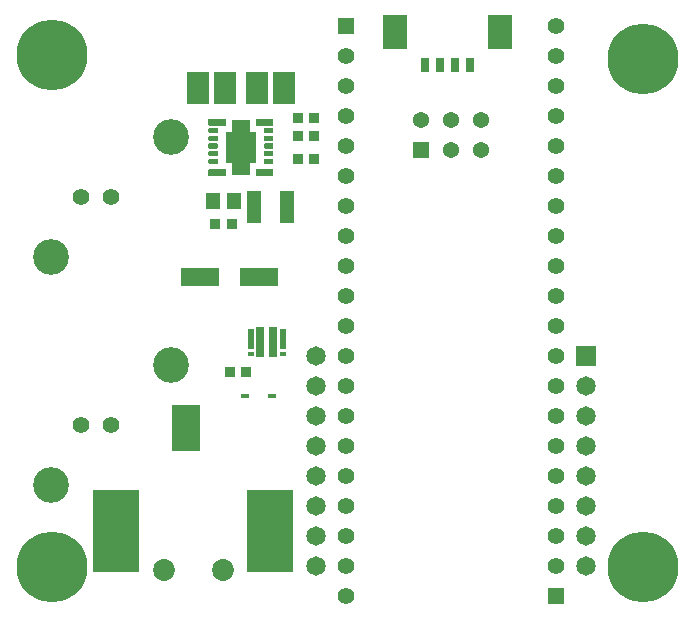
<source format=gbr>
%TF.GenerationSoftware,Altium Limited,Altium Designer,23.5.1 (21)*%
G04 Layer_Color=16711935*
%FSLAX45Y45*%
%MOMM*%
%TF.SameCoordinates,251D8D79-0CC1-4DB5-8A6B-B6CDDAA58204*%
%TF.FilePolarity,Negative*%
%TF.FileFunction,Soldermask,Bot*%
%TF.Part,Single*%
G01*
G75*
%TA.AperFunction,SMDPad,CuDef*%
%ADD10R,0.95814X0.91213*%
%ADD13R,0.95872X0.91213*%
%TA.AperFunction,ComponentPad*%
%ADD25C,1.85420*%
%ADD26C,1.65100*%
%ADD27R,1.65100X1.65100*%
%ADD28R,1.39000X1.39000*%
%ADD29C,1.39000*%
%ADD30C,3.01500*%
%ADD31C,1.40800*%
%ADD32C,1.37000*%
%ADD33R,1.37000X1.37000*%
%TA.AperFunction,WasherPad*%
%ADD34C,6.00000*%
%TA.AperFunction,SMDPad,CuDef*%
%ADD37R,1.90292X2.70620*%
%ADD41R,1.15000X1.45000*%
%ADD42R,0.52000X0.45000*%
%ADD43R,0.52000X1.75000*%
%ADD44R,0.75000X2.52000*%
%ADD45R,0.80000X0.45000*%
%ADD46R,2.48920X3.98780*%
%ADD47R,3.98780X7.00000*%
%ADD48R,1.30000X2.70000*%
%ADD49R,3.20000X1.60000*%
%ADD50R,0.80000X1.30000*%
%ADD51R,2.10000X3.00000*%
G36*
X2265524Y4195486D02*
X2266045Y4195445D01*
X2266564Y4195377D01*
X2267079Y4195281D01*
X2267588Y4195159D01*
X2268090Y4195011D01*
X2268584Y4194836D01*
X2269067Y4194636D01*
X2269540Y4194410D01*
X2270000Y4194160D01*
X2270447Y4193887D01*
X2270878Y4193590D01*
X2271293Y4193272D01*
X2271691Y4192931D01*
X2272071Y4192571D01*
X2272432Y4192191D01*
X2272771Y4191793D01*
X2273090Y4191378D01*
X2273387Y4190946D01*
X2273660Y4190500D01*
X2273910Y4190040D01*
X2274135Y4189567D01*
X2274336Y4189084D01*
X2274511Y4188590D01*
X2274659Y4188088D01*
X2274782Y4187579D01*
X2274877Y4187064D01*
X2274945Y4186545D01*
X2274986Y4186023D01*
X2275000Y4185500D01*
Y4145500D01*
X2274986Y4144977D01*
X2274945Y4144455D01*
X2274877Y4143936D01*
X2274782Y4143421D01*
X2274659Y4142912D01*
X2274511Y4142410D01*
X2274336Y4141916D01*
X2274135Y4141433D01*
X2273910Y4140960D01*
X2273660Y4140500D01*
X2273387Y4140054D01*
X2273090Y4139622D01*
X2272771Y4139207D01*
X2272432Y4138809D01*
X2272071Y4138429D01*
X2271691Y4138068D01*
X2271293Y4137729D01*
X2270878Y4137410D01*
X2270447Y4137113D01*
X2270000Y4136840D01*
X2269540Y4136590D01*
X2269067Y4136365D01*
X2268584Y4136164D01*
X2268090Y4135989D01*
X2267588Y4135841D01*
X2267079Y4135718D01*
X2266564Y4135623D01*
X2266045Y4135555D01*
X2265524Y4135514D01*
X2265000Y4135500D01*
X2135000D01*
X2134477Y4135514D01*
X2133955Y4135555D01*
X2133436Y4135623D01*
X2132921Y4135718D01*
X2132412Y4135841D01*
X2131910Y4135989D01*
X2131416Y4136164D01*
X2130933Y4136365D01*
X2130460Y4136590D01*
X2130000Y4136840D01*
X2129554Y4137113D01*
X2129122Y4137410D01*
X2128707Y4137729D01*
X2128309Y4138068D01*
X2127929Y4138429D01*
X2127569Y4138809D01*
X2127229Y4139207D01*
X2126910Y4139622D01*
X2126613Y4140054D01*
X2126340Y4140500D01*
X2126090Y4140960D01*
X2125865Y4141433D01*
X2125664Y4141916D01*
X2125490Y4142410D01*
X2125341Y4142912D01*
X2125219Y4143421D01*
X2125123Y4143936D01*
X2125055Y4144455D01*
X2125014Y4144977D01*
X2125000Y4145500D01*
Y4185500D01*
X2125014Y4186023D01*
X2125055Y4186545D01*
X2125123Y4187064D01*
X2125219Y4187579D01*
X2125341Y4188088D01*
X2125490Y4188590D01*
X2125664Y4189084D01*
X2125865Y4189567D01*
X2126090Y4190040D01*
X2126340Y4190500D01*
X2126613Y4190946D01*
X2126910Y4191378D01*
X2127229Y4191793D01*
X2127569Y4192191D01*
X2127929Y4192571D01*
X2128309Y4192931D01*
X2128707Y4193272D01*
X2129122Y4193590D01*
X2129554Y4193887D01*
X2130000Y4194160D01*
X2130460Y4194410D01*
X2130933Y4194636D01*
X2131416Y4194836D01*
X2131910Y4195011D01*
X2132412Y4195159D01*
X2132921Y4195281D01*
X2133436Y4195377D01*
X2133955Y4195445D01*
X2134477Y4195486D01*
X2135000Y4195500D01*
X2265000D01*
X2265524Y4195486D01*
D02*
G37*
G36*
X1865523D02*
X1866045Y4195445D01*
X1866564Y4195377D01*
X1867079Y4195281D01*
X1867588Y4195159D01*
X1868090Y4195011D01*
X1868584Y4194836D01*
X1869067Y4194636D01*
X1869540Y4194410D01*
X1870000Y4194160D01*
X1870446Y4193887D01*
X1870878Y4193590D01*
X1871293Y4193272D01*
X1871691Y4192931D01*
X1872071Y4192571D01*
X1872432Y4192191D01*
X1872771Y4191793D01*
X1873090Y4191378D01*
X1873387Y4190946D01*
X1873660Y4190500D01*
X1873910Y4190040D01*
X1874135Y4189567D01*
X1874336Y4189084D01*
X1874511Y4188590D01*
X1874659Y4188088D01*
X1874782Y4187579D01*
X1874877Y4187064D01*
X1874945Y4186545D01*
X1874986Y4186023D01*
X1875000Y4185500D01*
Y4145500D01*
X1874986Y4144977D01*
X1874945Y4144455D01*
X1874877Y4143936D01*
X1874782Y4143421D01*
X1874659Y4142912D01*
X1874511Y4142410D01*
X1874336Y4141916D01*
X1874135Y4141433D01*
X1873910Y4140960D01*
X1873660Y4140500D01*
X1873387Y4140054D01*
X1873090Y4139622D01*
X1872771Y4139207D01*
X1872432Y4138809D01*
X1872071Y4138429D01*
X1871691Y4138068D01*
X1871293Y4137729D01*
X1870878Y4137410D01*
X1870446Y4137113D01*
X1870000Y4136840D01*
X1869540Y4136590D01*
X1869067Y4136365D01*
X1868584Y4136164D01*
X1868090Y4135989D01*
X1867588Y4135841D01*
X1867079Y4135718D01*
X1866564Y4135623D01*
X1866045Y4135555D01*
X1865523Y4135514D01*
X1865000Y4135500D01*
X1735000D01*
X1734477Y4135514D01*
X1733955Y4135555D01*
X1733436Y4135623D01*
X1732921Y4135718D01*
X1732412Y4135841D01*
X1731910Y4135989D01*
X1731416Y4136164D01*
X1730933Y4136365D01*
X1730460Y4136590D01*
X1730000Y4136840D01*
X1729554Y4137113D01*
X1729122Y4137410D01*
X1728707Y4137729D01*
X1728309Y4138068D01*
X1727929Y4138429D01*
X1727569Y4138809D01*
X1727229Y4139207D01*
X1726910Y4139622D01*
X1726613Y4140054D01*
X1726340Y4140500D01*
X1726090Y4140960D01*
X1725865Y4141433D01*
X1725664Y4141916D01*
X1725490Y4142410D01*
X1725341Y4142912D01*
X1725219Y4143421D01*
X1725123Y4143936D01*
X1725055Y4144455D01*
X1725014Y4144977D01*
X1725000Y4145500D01*
Y4185500D01*
X1725014Y4186023D01*
X1725055Y4186545D01*
X1725123Y4187064D01*
X1725219Y4187579D01*
X1725341Y4188088D01*
X1725490Y4188590D01*
X1725664Y4189084D01*
X1725865Y4189567D01*
X1726090Y4190040D01*
X1726340Y4190500D01*
X1726613Y4190946D01*
X1726910Y4191378D01*
X1727229Y4191793D01*
X1727569Y4192191D01*
X1727929Y4192571D01*
X1728309Y4192931D01*
X1728707Y4193272D01*
X1729122Y4193590D01*
X1729554Y4193887D01*
X1730000Y4194160D01*
X1730460Y4194410D01*
X1730933Y4194636D01*
X1731416Y4194836D01*
X1731910Y4195011D01*
X1732412Y4195159D01*
X1732921Y4195281D01*
X1733436Y4195377D01*
X1733955Y4195445D01*
X1734477Y4195486D01*
X1735000Y4195500D01*
X1865000D01*
X1865523Y4195486D01*
D02*
G37*
G36*
X2265524Y4115486D02*
X2266045Y4115445D01*
X2266564Y4115377D01*
X2267079Y4115281D01*
X2267588Y4115159D01*
X2268090Y4115011D01*
X2268584Y4114836D01*
X2269067Y4114635D01*
X2269540Y4114410D01*
X2270000Y4114160D01*
X2270447Y4113887D01*
X2270878Y4113590D01*
X2271293Y4113271D01*
X2271691Y4112931D01*
X2272071Y4112571D01*
X2272432Y4112191D01*
X2272771Y4111793D01*
X2273090Y4111378D01*
X2273387Y4110946D01*
X2273660Y4110500D01*
X2273910Y4110040D01*
X2274135Y4109567D01*
X2274336Y4109084D01*
X2274511Y4108590D01*
X2274659Y4108088D01*
X2274782Y4107579D01*
X2274877Y4107064D01*
X2274945Y4106545D01*
X2274986Y4106023D01*
X2275000Y4105500D01*
Y4080500D01*
X2274986Y4079977D01*
X2274945Y4079455D01*
X2274877Y4078936D01*
X2274782Y4078421D01*
X2274659Y4077912D01*
X2274511Y4077410D01*
X2274336Y4076916D01*
X2274135Y4076433D01*
X2273910Y4075960D01*
X2273660Y4075500D01*
X2273387Y4075054D01*
X2273090Y4074622D01*
X2272771Y4074207D01*
X2272432Y4073809D01*
X2272071Y4073429D01*
X2271691Y4073069D01*
X2271293Y4072728D01*
X2270878Y4072410D01*
X2270447Y4072113D01*
X2270000Y4071840D01*
X2269540Y4071590D01*
X2269067Y4071364D01*
X2268584Y4071164D01*
X2268090Y4070989D01*
X2267588Y4070841D01*
X2267079Y4070719D01*
X2266564Y4070623D01*
X2266045Y4070555D01*
X2265524Y4070514D01*
X2265000Y4070500D01*
X2205000D01*
X2204477Y4070514D01*
X2203955Y4070555D01*
X2203436Y4070623D01*
X2202921Y4070719D01*
X2202412Y4070841D01*
X2201910Y4070989D01*
X2201416Y4071164D01*
X2200933Y4071364D01*
X2200460Y4071590D01*
X2200000Y4071840D01*
X2199554Y4072113D01*
X2199122Y4072410D01*
X2198707Y4072728D01*
X2198309Y4073069D01*
X2197929Y4073429D01*
X2197569Y4073809D01*
X2197229Y4074207D01*
X2196910Y4074622D01*
X2196613Y4075054D01*
X2196340Y4075500D01*
X2196090Y4075960D01*
X2195865Y4076433D01*
X2195664Y4076916D01*
X2195489Y4077410D01*
X2195341Y4077912D01*
X2195219Y4078421D01*
X2195123Y4078936D01*
X2195055Y4079455D01*
X2195014Y4079977D01*
X2195000Y4080500D01*
Y4105500D01*
X2195014Y4106023D01*
X2195055Y4106545D01*
X2195123Y4107064D01*
X2195219Y4107579D01*
X2195341Y4108088D01*
X2195489Y4108590D01*
X2195664Y4109084D01*
X2195865Y4109567D01*
X2196090Y4110040D01*
X2196340Y4110500D01*
X2196613Y4110946D01*
X2196910Y4111378D01*
X2197229Y4111793D01*
X2197569Y4112191D01*
X2197929Y4112571D01*
X2198309Y4112931D01*
X2198707Y4113271D01*
X2199122Y4113590D01*
X2199554Y4113887D01*
X2200000Y4114160D01*
X2200460Y4114410D01*
X2200933Y4114635D01*
X2201416Y4114836D01*
X2201910Y4115011D01*
X2202412Y4115159D01*
X2202921Y4115281D01*
X2203436Y4115377D01*
X2203955Y4115445D01*
X2204477Y4115486D01*
X2205000Y4115500D01*
X2265000D01*
X2265524Y4115486D01*
D02*
G37*
G36*
X1795523D02*
X1796045Y4115445D01*
X1796564Y4115377D01*
X1797079Y4115281D01*
X1797588Y4115159D01*
X1798090Y4115011D01*
X1798584Y4114836D01*
X1799068Y4114635D01*
X1799540Y4114410D01*
X1800000Y4114160D01*
X1800446Y4113887D01*
X1800878Y4113590D01*
X1801293Y4113271D01*
X1801691Y4112931D01*
X1802071Y4112571D01*
X1802431Y4112191D01*
X1802772Y4111793D01*
X1803090Y4111378D01*
X1803387Y4110946D01*
X1803660Y4110500D01*
X1803910Y4110040D01*
X1804136Y4109567D01*
X1804336Y4109084D01*
X1804511Y4108590D01*
X1804659Y4108088D01*
X1804782Y4107579D01*
X1804877Y4107064D01*
X1804945Y4106545D01*
X1804986Y4106023D01*
X1805000Y4105500D01*
Y4080500D01*
X1804986Y4079977D01*
X1804945Y4079455D01*
X1804877Y4078936D01*
X1804782Y4078421D01*
X1804659Y4077912D01*
X1804511Y4077410D01*
X1804336Y4076916D01*
X1804136Y4076433D01*
X1803910Y4075960D01*
X1803660Y4075500D01*
X1803387Y4075054D01*
X1803090Y4074622D01*
X1802772Y4074207D01*
X1802431Y4073809D01*
X1802071Y4073429D01*
X1801691Y4073069D01*
X1801293Y4072728D01*
X1800878Y4072410D01*
X1800446Y4072113D01*
X1800000Y4071840D01*
X1799540Y4071590D01*
X1799068Y4071364D01*
X1798584Y4071164D01*
X1798090Y4070989D01*
X1797588Y4070841D01*
X1797079Y4070719D01*
X1796564Y4070623D01*
X1796045Y4070555D01*
X1795523Y4070514D01*
X1795000Y4070500D01*
X1735000D01*
X1734477Y4070514D01*
X1733955Y4070555D01*
X1733436Y4070623D01*
X1732921Y4070719D01*
X1732412Y4070841D01*
X1731910Y4070989D01*
X1731416Y4071164D01*
X1730933Y4071364D01*
X1730460Y4071590D01*
X1730000Y4071840D01*
X1729554Y4072113D01*
X1729122Y4072410D01*
X1728707Y4072728D01*
X1728309Y4073069D01*
X1727929Y4073429D01*
X1727569Y4073809D01*
X1727229Y4074207D01*
X1726910Y4074622D01*
X1726613Y4075054D01*
X1726340Y4075500D01*
X1726090Y4075960D01*
X1725865Y4076433D01*
X1725664Y4076916D01*
X1725490Y4077410D01*
X1725341Y4077912D01*
X1725219Y4078421D01*
X1725123Y4078936D01*
X1725055Y4079455D01*
X1725014Y4079977D01*
X1725000Y4080500D01*
Y4105500D01*
X1725014Y4106023D01*
X1725055Y4106545D01*
X1725123Y4107064D01*
X1725219Y4107579D01*
X1725341Y4108088D01*
X1725490Y4108590D01*
X1725664Y4109084D01*
X1725865Y4109567D01*
X1726090Y4110040D01*
X1726340Y4110500D01*
X1726613Y4110946D01*
X1726910Y4111378D01*
X1727229Y4111793D01*
X1727569Y4112191D01*
X1727929Y4112571D01*
X1728309Y4112931D01*
X1728707Y4113271D01*
X1729122Y4113590D01*
X1729554Y4113887D01*
X1730000Y4114160D01*
X1730460Y4114410D01*
X1730933Y4114635D01*
X1731416Y4114836D01*
X1731910Y4115011D01*
X1732412Y4115159D01*
X1732921Y4115281D01*
X1733436Y4115377D01*
X1733955Y4115445D01*
X1734477Y4115486D01*
X1735000Y4115500D01*
X1795000D01*
X1795523Y4115486D01*
D02*
G37*
G36*
X2265524Y4050486D02*
X2266045Y4050445D01*
X2266564Y4050377D01*
X2267079Y4050281D01*
X2267588Y4050159D01*
X2268090Y4050010D01*
X2268584Y4049836D01*
X2269067Y4049636D01*
X2269540Y4049410D01*
X2270000Y4049160D01*
X2270447Y4048887D01*
X2270878Y4048590D01*
X2271293Y4048272D01*
X2271691Y4047931D01*
X2272071Y4047571D01*
X2272432Y4047191D01*
X2272771Y4046793D01*
X2273090Y4046378D01*
X2273387Y4045946D01*
X2273660Y4045500D01*
X2273910Y4045040D01*
X2274135Y4044567D01*
X2274336Y4044084D01*
X2274511Y4043590D01*
X2274659Y4043088D01*
X2274782Y4042579D01*
X2274877Y4042064D01*
X2274945Y4041545D01*
X2274986Y4041023D01*
X2275000Y4040500D01*
Y4015500D01*
X2274986Y4014977D01*
X2274945Y4014455D01*
X2274877Y4013936D01*
X2274782Y4013421D01*
X2274659Y4012912D01*
X2274511Y4012410D01*
X2274336Y4011916D01*
X2274135Y4011433D01*
X2273910Y4010960D01*
X2273660Y4010500D01*
X2273387Y4010054D01*
X2273090Y4009622D01*
X2272771Y4009207D01*
X2272432Y4008809D01*
X2272071Y4008429D01*
X2271691Y4008068D01*
X2271293Y4007729D01*
X2270878Y4007410D01*
X2270447Y4007113D01*
X2270000Y4006840D01*
X2269540Y4006590D01*
X2269067Y4006365D01*
X2268584Y4006164D01*
X2268090Y4005989D01*
X2267588Y4005841D01*
X2267079Y4005718D01*
X2266564Y4005623D01*
X2266045Y4005555D01*
X2265524Y4005514D01*
X2265000Y4005500D01*
X2205000D01*
X2204477Y4005514D01*
X2203955Y4005555D01*
X2203436Y4005623D01*
X2202921Y4005718D01*
X2202412Y4005841D01*
X2201910Y4005989D01*
X2201416Y4006164D01*
X2200933Y4006365D01*
X2200460Y4006590D01*
X2200000Y4006840D01*
X2199554Y4007113D01*
X2199122Y4007410D01*
X2198707Y4007729D01*
X2198309Y4008068D01*
X2197929Y4008429D01*
X2197569Y4008809D01*
X2197229Y4009207D01*
X2196910Y4009622D01*
X2196613Y4010054D01*
X2196340Y4010500D01*
X2196090Y4010960D01*
X2195865Y4011433D01*
X2195664Y4011916D01*
X2195489Y4012410D01*
X2195341Y4012912D01*
X2195219Y4013421D01*
X2195123Y4013936D01*
X2195055Y4014455D01*
X2195014Y4014977D01*
X2195000Y4015500D01*
Y4040500D01*
X2195014Y4041023D01*
X2195055Y4041545D01*
X2195123Y4042064D01*
X2195219Y4042579D01*
X2195341Y4043088D01*
X2195489Y4043590D01*
X2195664Y4044084D01*
X2195865Y4044567D01*
X2196090Y4045040D01*
X2196340Y4045500D01*
X2196613Y4045946D01*
X2196910Y4046378D01*
X2197229Y4046793D01*
X2197569Y4047191D01*
X2197929Y4047571D01*
X2198309Y4047931D01*
X2198707Y4048272D01*
X2199122Y4048590D01*
X2199554Y4048887D01*
X2200000Y4049160D01*
X2200460Y4049410D01*
X2200933Y4049636D01*
X2201416Y4049836D01*
X2201910Y4050010D01*
X2202412Y4050159D01*
X2202921Y4050281D01*
X2203436Y4050377D01*
X2203955Y4050445D01*
X2204477Y4050486D01*
X2205000Y4050500D01*
X2265000D01*
X2265524Y4050486D01*
D02*
G37*
G36*
X1795523D02*
X1796045Y4050445D01*
X1796564Y4050377D01*
X1797079Y4050281D01*
X1797588Y4050159D01*
X1798090Y4050010D01*
X1798584Y4049836D01*
X1799068Y4049636D01*
X1799540Y4049410D01*
X1800000Y4049160D01*
X1800446Y4048887D01*
X1800878Y4048590D01*
X1801293Y4048272D01*
X1801691Y4047931D01*
X1802071Y4047571D01*
X1802431Y4047191D01*
X1802772Y4046793D01*
X1803090Y4046378D01*
X1803387Y4045946D01*
X1803660Y4045500D01*
X1803910Y4045040D01*
X1804136Y4044567D01*
X1804336Y4044084D01*
X1804511Y4043590D01*
X1804659Y4043088D01*
X1804782Y4042579D01*
X1804877Y4042064D01*
X1804945Y4041545D01*
X1804986Y4041023D01*
X1805000Y4040500D01*
Y4015500D01*
X1804986Y4014977D01*
X1804945Y4014455D01*
X1804877Y4013936D01*
X1804782Y4013421D01*
X1804659Y4012912D01*
X1804511Y4012410D01*
X1804336Y4011916D01*
X1804136Y4011433D01*
X1803910Y4010960D01*
X1803660Y4010500D01*
X1803387Y4010054D01*
X1803090Y4009622D01*
X1802772Y4009207D01*
X1802431Y4008809D01*
X1802071Y4008429D01*
X1801691Y4008068D01*
X1801293Y4007729D01*
X1800878Y4007410D01*
X1800446Y4007113D01*
X1800000Y4006840D01*
X1799540Y4006590D01*
X1799068Y4006365D01*
X1798584Y4006164D01*
X1798090Y4005989D01*
X1797588Y4005841D01*
X1797079Y4005718D01*
X1796564Y4005623D01*
X1796045Y4005555D01*
X1795523Y4005514D01*
X1795000Y4005500D01*
X1735000D01*
X1734477Y4005514D01*
X1733955Y4005555D01*
X1733436Y4005623D01*
X1732921Y4005718D01*
X1732412Y4005841D01*
X1731910Y4005989D01*
X1731416Y4006164D01*
X1730933Y4006365D01*
X1730460Y4006590D01*
X1730000Y4006840D01*
X1729554Y4007113D01*
X1729122Y4007410D01*
X1728707Y4007729D01*
X1728309Y4008068D01*
X1727929Y4008429D01*
X1727569Y4008809D01*
X1727229Y4009207D01*
X1726910Y4009622D01*
X1726613Y4010054D01*
X1726340Y4010500D01*
X1726090Y4010960D01*
X1725865Y4011433D01*
X1725664Y4011916D01*
X1725490Y4012410D01*
X1725341Y4012912D01*
X1725219Y4013421D01*
X1725123Y4013936D01*
X1725055Y4014455D01*
X1725014Y4014977D01*
X1725000Y4015500D01*
Y4040500D01*
X1725014Y4041023D01*
X1725055Y4041545D01*
X1725123Y4042064D01*
X1725219Y4042579D01*
X1725341Y4043088D01*
X1725490Y4043590D01*
X1725664Y4044084D01*
X1725865Y4044567D01*
X1726090Y4045040D01*
X1726340Y4045500D01*
X1726613Y4045946D01*
X1726910Y4046378D01*
X1727229Y4046793D01*
X1727569Y4047191D01*
X1727929Y4047571D01*
X1728309Y4047931D01*
X1728707Y4048272D01*
X1729122Y4048590D01*
X1729554Y4048887D01*
X1730000Y4049160D01*
X1730460Y4049410D01*
X1730933Y4049636D01*
X1731416Y4049836D01*
X1731910Y4050010D01*
X1732412Y4050159D01*
X1732921Y4050281D01*
X1733436Y4050377D01*
X1733955Y4050445D01*
X1734477Y4050486D01*
X1735000Y4050500D01*
X1795000D01*
X1795523Y4050486D01*
D02*
G37*
G36*
X2265524Y3985486D02*
X2266045Y3985445D01*
X2266564Y3985377D01*
X2267079Y3985281D01*
X2267588Y3985159D01*
X2268090Y3985011D01*
X2268584Y3984836D01*
X2269067Y3984635D01*
X2269540Y3984410D01*
X2270000Y3984160D01*
X2270447Y3983887D01*
X2270878Y3983590D01*
X2271293Y3983271D01*
X2271691Y3982931D01*
X2272071Y3982571D01*
X2272432Y3982191D01*
X2272771Y3981793D01*
X2273090Y3981378D01*
X2273387Y3980946D01*
X2273660Y3980500D01*
X2273910Y3980040D01*
X2274135Y3979567D01*
X2274336Y3979084D01*
X2274511Y3978590D01*
X2274659Y3978088D01*
X2274782Y3977579D01*
X2274877Y3977064D01*
X2274945Y3976545D01*
X2274986Y3976023D01*
X2275000Y3975500D01*
Y3950500D01*
X2274986Y3949977D01*
X2274945Y3949455D01*
X2274877Y3948936D01*
X2274782Y3948421D01*
X2274659Y3947912D01*
X2274511Y3947410D01*
X2274336Y3946916D01*
X2274135Y3946433D01*
X2273910Y3945960D01*
X2273660Y3945500D01*
X2273387Y3945054D01*
X2273090Y3944622D01*
X2272771Y3944207D01*
X2272432Y3943809D01*
X2272071Y3943429D01*
X2271691Y3943069D01*
X2271293Y3942728D01*
X2270878Y3942410D01*
X2270447Y3942113D01*
X2270000Y3941840D01*
X2269540Y3941590D01*
X2269067Y3941364D01*
X2268584Y3941164D01*
X2268090Y3940989D01*
X2267588Y3940841D01*
X2267079Y3940719D01*
X2266564Y3940623D01*
X2266045Y3940555D01*
X2265524Y3940514D01*
X2265000Y3940500D01*
X2205000D01*
X2204477Y3940514D01*
X2203955Y3940555D01*
X2203436Y3940623D01*
X2202921Y3940719D01*
X2202412Y3940841D01*
X2201910Y3940989D01*
X2201416Y3941164D01*
X2200933Y3941364D01*
X2200460Y3941590D01*
X2200000Y3941840D01*
X2199554Y3942113D01*
X2199122Y3942410D01*
X2198707Y3942728D01*
X2198309Y3943069D01*
X2197929Y3943429D01*
X2197569Y3943809D01*
X2197229Y3944207D01*
X2196910Y3944622D01*
X2196613Y3945054D01*
X2196340Y3945500D01*
X2196090Y3945960D01*
X2195865Y3946433D01*
X2195664Y3946916D01*
X2195489Y3947410D01*
X2195341Y3947912D01*
X2195219Y3948421D01*
X2195123Y3948936D01*
X2195055Y3949455D01*
X2195014Y3949977D01*
X2195000Y3950500D01*
Y3975500D01*
X2195014Y3976023D01*
X2195055Y3976545D01*
X2195123Y3977064D01*
X2195219Y3977579D01*
X2195341Y3978088D01*
X2195489Y3978590D01*
X2195664Y3979084D01*
X2195865Y3979567D01*
X2196090Y3980040D01*
X2196340Y3980500D01*
X2196613Y3980946D01*
X2196910Y3981378D01*
X2197229Y3981793D01*
X2197569Y3982191D01*
X2197929Y3982571D01*
X2198309Y3982931D01*
X2198707Y3983271D01*
X2199122Y3983590D01*
X2199554Y3983887D01*
X2200000Y3984160D01*
X2200460Y3984410D01*
X2200933Y3984635D01*
X2201416Y3984836D01*
X2201910Y3985011D01*
X2202412Y3985159D01*
X2202921Y3985281D01*
X2203436Y3985377D01*
X2203955Y3985445D01*
X2204477Y3985486D01*
X2205000Y3985500D01*
X2265000D01*
X2265524Y3985486D01*
D02*
G37*
G36*
X1795523D02*
X1796045Y3985445D01*
X1796564Y3985377D01*
X1797079Y3985281D01*
X1797588Y3985159D01*
X1798090Y3985011D01*
X1798584Y3984836D01*
X1799068Y3984635D01*
X1799540Y3984410D01*
X1800000Y3984160D01*
X1800446Y3983887D01*
X1800878Y3983590D01*
X1801293Y3983271D01*
X1801691Y3982931D01*
X1802071Y3982571D01*
X1802431Y3982191D01*
X1802772Y3981793D01*
X1803090Y3981378D01*
X1803387Y3980946D01*
X1803660Y3980500D01*
X1803910Y3980040D01*
X1804136Y3979567D01*
X1804336Y3979084D01*
X1804511Y3978590D01*
X1804659Y3978088D01*
X1804782Y3977579D01*
X1804877Y3977064D01*
X1804945Y3976545D01*
X1804986Y3976023D01*
X1805000Y3975500D01*
Y3950500D01*
X1804986Y3949977D01*
X1804945Y3949455D01*
X1804877Y3948936D01*
X1804782Y3948421D01*
X1804659Y3947912D01*
X1804511Y3947410D01*
X1804336Y3946916D01*
X1804136Y3946433D01*
X1803910Y3945960D01*
X1803660Y3945500D01*
X1803387Y3945054D01*
X1803090Y3944622D01*
X1802772Y3944207D01*
X1802431Y3943809D01*
X1802071Y3943429D01*
X1801691Y3943069D01*
X1801293Y3942728D01*
X1800878Y3942410D01*
X1800446Y3942113D01*
X1800000Y3941840D01*
X1799540Y3941590D01*
X1799068Y3941364D01*
X1798584Y3941164D01*
X1798090Y3940989D01*
X1797588Y3940841D01*
X1797079Y3940719D01*
X1796564Y3940623D01*
X1796045Y3940555D01*
X1795523Y3940514D01*
X1795000Y3940500D01*
X1735000D01*
X1734477Y3940514D01*
X1733955Y3940555D01*
X1733436Y3940623D01*
X1732921Y3940719D01*
X1732412Y3940841D01*
X1731910Y3940989D01*
X1731416Y3941164D01*
X1730933Y3941364D01*
X1730460Y3941590D01*
X1730000Y3941840D01*
X1729554Y3942113D01*
X1729122Y3942410D01*
X1728707Y3942728D01*
X1728309Y3943069D01*
X1727929Y3943429D01*
X1727569Y3943809D01*
X1727229Y3944207D01*
X1726910Y3944622D01*
X1726613Y3945054D01*
X1726340Y3945500D01*
X1726090Y3945960D01*
X1725865Y3946433D01*
X1725664Y3946916D01*
X1725490Y3947410D01*
X1725341Y3947912D01*
X1725219Y3948421D01*
X1725123Y3948936D01*
X1725055Y3949455D01*
X1725014Y3949977D01*
X1725000Y3950500D01*
Y3975500D01*
X1725014Y3976023D01*
X1725055Y3976545D01*
X1725123Y3977064D01*
X1725219Y3977579D01*
X1725341Y3978088D01*
X1725490Y3978590D01*
X1725664Y3979084D01*
X1725865Y3979567D01*
X1726090Y3980040D01*
X1726340Y3980500D01*
X1726613Y3980946D01*
X1726910Y3981378D01*
X1727229Y3981793D01*
X1727569Y3982191D01*
X1727929Y3982571D01*
X1728309Y3982931D01*
X1728707Y3983271D01*
X1729122Y3983590D01*
X1729554Y3983887D01*
X1730000Y3984160D01*
X1730460Y3984410D01*
X1730933Y3984635D01*
X1731416Y3984836D01*
X1731910Y3985011D01*
X1732412Y3985159D01*
X1732921Y3985281D01*
X1733436Y3985377D01*
X1733955Y3985445D01*
X1734477Y3985486D01*
X1735000Y3985500D01*
X1795000D01*
X1795523Y3985486D01*
D02*
G37*
G36*
X2265524Y3920486D02*
X2266045Y3920445D01*
X2266564Y3920377D01*
X2267079Y3920281D01*
X2267588Y3920159D01*
X2268090Y3920010D01*
X2268584Y3919836D01*
X2269067Y3919636D01*
X2269540Y3919410D01*
X2270000Y3919160D01*
X2270447Y3918887D01*
X2270878Y3918590D01*
X2271293Y3918271D01*
X2271691Y3917931D01*
X2272071Y3917571D01*
X2272432Y3917191D01*
X2272771Y3916793D01*
X2273090Y3916378D01*
X2273387Y3915946D01*
X2273660Y3915500D01*
X2273910Y3915040D01*
X2274135Y3914567D01*
X2274336Y3914084D01*
X2274511Y3913590D01*
X2274659Y3913088D01*
X2274782Y3912579D01*
X2274877Y3912064D01*
X2274945Y3911545D01*
X2274986Y3911023D01*
X2275000Y3910500D01*
Y3885500D01*
X2274986Y3884977D01*
X2274945Y3884455D01*
X2274877Y3883936D01*
X2274782Y3883421D01*
X2274659Y3882912D01*
X2274511Y3882410D01*
X2274336Y3881916D01*
X2274135Y3881433D01*
X2273910Y3880960D01*
X2273660Y3880500D01*
X2273387Y3880054D01*
X2273090Y3879622D01*
X2272771Y3879207D01*
X2272432Y3878809D01*
X2272071Y3878429D01*
X2271691Y3878068D01*
X2271293Y3877729D01*
X2270878Y3877410D01*
X2270447Y3877113D01*
X2270000Y3876840D01*
X2269540Y3876590D01*
X2269067Y3876365D01*
X2268584Y3876164D01*
X2268090Y3875989D01*
X2267588Y3875841D01*
X2267079Y3875718D01*
X2266564Y3875623D01*
X2266045Y3875555D01*
X2265524Y3875514D01*
X2265000Y3875500D01*
X2205000D01*
X2204477Y3875514D01*
X2203955Y3875555D01*
X2203436Y3875623D01*
X2202921Y3875718D01*
X2202412Y3875841D01*
X2201910Y3875989D01*
X2201416Y3876164D01*
X2200933Y3876365D01*
X2200460Y3876590D01*
X2200000Y3876840D01*
X2199554Y3877113D01*
X2199122Y3877410D01*
X2198707Y3877729D01*
X2198309Y3878068D01*
X2197929Y3878429D01*
X2197569Y3878809D01*
X2197229Y3879207D01*
X2196910Y3879622D01*
X2196613Y3880054D01*
X2196340Y3880500D01*
X2196090Y3880960D01*
X2195865Y3881433D01*
X2195664Y3881916D01*
X2195489Y3882410D01*
X2195341Y3882912D01*
X2195219Y3883421D01*
X2195123Y3883936D01*
X2195055Y3884455D01*
X2195014Y3884977D01*
X2195000Y3885500D01*
Y3910500D01*
X2195014Y3911023D01*
X2195055Y3911545D01*
X2195123Y3912064D01*
X2195219Y3912579D01*
X2195341Y3913088D01*
X2195489Y3913590D01*
X2195664Y3914084D01*
X2195865Y3914567D01*
X2196090Y3915040D01*
X2196340Y3915500D01*
X2196613Y3915946D01*
X2196910Y3916378D01*
X2197229Y3916793D01*
X2197569Y3917191D01*
X2197929Y3917571D01*
X2198309Y3917931D01*
X2198707Y3918271D01*
X2199122Y3918590D01*
X2199554Y3918887D01*
X2200000Y3919160D01*
X2200460Y3919410D01*
X2200933Y3919636D01*
X2201416Y3919836D01*
X2201910Y3920010D01*
X2202412Y3920159D01*
X2202921Y3920281D01*
X2203436Y3920377D01*
X2203955Y3920445D01*
X2204477Y3920486D01*
X2205000Y3920500D01*
X2265000D01*
X2265524Y3920486D01*
D02*
G37*
G36*
X1795523D02*
X1796045Y3920445D01*
X1796564Y3920377D01*
X1797079Y3920281D01*
X1797588Y3920159D01*
X1798090Y3920010D01*
X1798584Y3919836D01*
X1799068Y3919636D01*
X1799540Y3919410D01*
X1800000Y3919160D01*
X1800446Y3918887D01*
X1800878Y3918590D01*
X1801293Y3918271D01*
X1801691Y3917931D01*
X1802071Y3917571D01*
X1802431Y3917191D01*
X1802772Y3916793D01*
X1803090Y3916378D01*
X1803387Y3915946D01*
X1803660Y3915500D01*
X1803910Y3915040D01*
X1804136Y3914567D01*
X1804336Y3914084D01*
X1804511Y3913590D01*
X1804659Y3913088D01*
X1804782Y3912579D01*
X1804877Y3912064D01*
X1804945Y3911545D01*
X1804986Y3911023D01*
X1805000Y3910500D01*
Y3885500D01*
X1804986Y3884977D01*
X1804945Y3884455D01*
X1804877Y3883936D01*
X1804782Y3883421D01*
X1804659Y3882912D01*
X1804511Y3882410D01*
X1804336Y3881916D01*
X1804136Y3881433D01*
X1803910Y3880960D01*
X1803660Y3880500D01*
X1803387Y3880054D01*
X1803090Y3879622D01*
X1802772Y3879207D01*
X1802431Y3878809D01*
X1802071Y3878429D01*
X1801691Y3878068D01*
X1801293Y3877729D01*
X1800878Y3877410D01*
X1800446Y3877113D01*
X1800000Y3876840D01*
X1799540Y3876590D01*
X1799068Y3876365D01*
X1798584Y3876164D01*
X1798090Y3875989D01*
X1797588Y3875841D01*
X1797079Y3875718D01*
X1796564Y3875623D01*
X1796045Y3875555D01*
X1795523Y3875514D01*
X1795000Y3875500D01*
X1735000D01*
X1734477Y3875514D01*
X1733955Y3875555D01*
X1733436Y3875623D01*
X1732921Y3875718D01*
X1732412Y3875841D01*
X1731910Y3875989D01*
X1731416Y3876164D01*
X1730933Y3876365D01*
X1730460Y3876590D01*
X1730000Y3876840D01*
X1729554Y3877113D01*
X1729122Y3877410D01*
X1728707Y3877729D01*
X1728309Y3878068D01*
X1727929Y3878429D01*
X1727569Y3878809D01*
X1727229Y3879207D01*
X1726910Y3879622D01*
X1726613Y3880054D01*
X1726340Y3880500D01*
X1726090Y3880960D01*
X1725865Y3881433D01*
X1725664Y3881916D01*
X1725490Y3882410D01*
X1725341Y3882912D01*
X1725219Y3883421D01*
X1725123Y3883936D01*
X1725055Y3884455D01*
X1725014Y3884977D01*
X1725000Y3885500D01*
Y3910500D01*
X1725014Y3911023D01*
X1725055Y3911545D01*
X1725123Y3912064D01*
X1725219Y3912579D01*
X1725341Y3913088D01*
X1725490Y3913590D01*
X1725664Y3914084D01*
X1725865Y3914567D01*
X1726090Y3915040D01*
X1726340Y3915500D01*
X1726613Y3915946D01*
X1726910Y3916378D01*
X1727229Y3916793D01*
X1727569Y3917191D01*
X1727929Y3917571D01*
X1728309Y3917931D01*
X1728707Y3918271D01*
X1729122Y3918590D01*
X1729554Y3918887D01*
X1730000Y3919160D01*
X1730460Y3919410D01*
X1730933Y3919636D01*
X1731416Y3919836D01*
X1731910Y3920010D01*
X1732412Y3920159D01*
X1732921Y3920281D01*
X1733436Y3920377D01*
X1733955Y3920445D01*
X1734477Y3920486D01*
X1735000Y3920500D01*
X1795000D01*
X1795523Y3920486D01*
D02*
G37*
G36*
X2265524Y3855486D02*
X2266045Y3855445D01*
X2266564Y3855377D01*
X2267079Y3855281D01*
X2267588Y3855159D01*
X2268090Y3855011D01*
X2268584Y3854836D01*
X2269067Y3854635D01*
X2269540Y3854410D01*
X2270000Y3854160D01*
X2270447Y3853887D01*
X2270878Y3853590D01*
X2271293Y3853271D01*
X2271691Y3852931D01*
X2272071Y3852571D01*
X2272432Y3852191D01*
X2272771Y3851793D01*
X2273090Y3851378D01*
X2273387Y3850946D01*
X2273660Y3850500D01*
X2273910Y3850040D01*
X2274135Y3849567D01*
X2274336Y3849084D01*
X2274511Y3848590D01*
X2274659Y3848088D01*
X2274782Y3847579D01*
X2274877Y3847064D01*
X2274945Y3846545D01*
X2274986Y3846023D01*
X2275000Y3845500D01*
Y3820500D01*
X2274986Y3819977D01*
X2274945Y3819455D01*
X2274877Y3818936D01*
X2274782Y3818421D01*
X2274659Y3817912D01*
X2274511Y3817410D01*
X2274336Y3816916D01*
X2274135Y3816433D01*
X2273910Y3815960D01*
X2273660Y3815500D01*
X2273387Y3815054D01*
X2273090Y3814622D01*
X2272771Y3814207D01*
X2272432Y3813809D01*
X2272071Y3813429D01*
X2271691Y3813069D01*
X2271293Y3812728D01*
X2270878Y3812410D01*
X2270447Y3812113D01*
X2270000Y3811840D01*
X2269540Y3811590D01*
X2269067Y3811364D01*
X2268584Y3811164D01*
X2268090Y3810989D01*
X2267588Y3810841D01*
X2267079Y3810719D01*
X2266564Y3810623D01*
X2266045Y3810555D01*
X2265524Y3810514D01*
X2265000Y3810500D01*
X2205000D01*
X2204477Y3810514D01*
X2203955Y3810555D01*
X2203436Y3810623D01*
X2202921Y3810719D01*
X2202412Y3810841D01*
X2201910Y3810989D01*
X2201416Y3811164D01*
X2200933Y3811364D01*
X2200460Y3811590D01*
X2200000Y3811840D01*
X2199554Y3812113D01*
X2199122Y3812410D01*
X2198707Y3812728D01*
X2198309Y3813069D01*
X2197929Y3813429D01*
X2197569Y3813809D01*
X2197229Y3814207D01*
X2196910Y3814622D01*
X2196613Y3815054D01*
X2196340Y3815500D01*
X2196090Y3815960D01*
X2195865Y3816433D01*
X2195664Y3816916D01*
X2195489Y3817410D01*
X2195341Y3817912D01*
X2195219Y3818421D01*
X2195123Y3818936D01*
X2195055Y3819455D01*
X2195014Y3819977D01*
X2195000Y3820500D01*
Y3845500D01*
X2195014Y3846023D01*
X2195055Y3846545D01*
X2195123Y3847064D01*
X2195219Y3847579D01*
X2195341Y3848088D01*
X2195489Y3848590D01*
X2195664Y3849084D01*
X2195865Y3849567D01*
X2196090Y3850040D01*
X2196340Y3850500D01*
X2196613Y3850946D01*
X2196910Y3851378D01*
X2197229Y3851793D01*
X2197569Y3852191D01*
X2197929Y3852571D01*
X2198309Y3852931D01*
X2198707Y3853271D01*
X2199122Y3853590D01*
X2199554Y3853887D01*
X2200000Y3854160D01*
X2200460Y3854410D01*
X2200933Y3854635D01*
X2201416Y3854836D01*
X2201910Y3855011D01*
X2202412Y3855159D01*
X2202921Y3855281D01*
X2203436Y3855377D01*
X2203955Y3855445D01*
X2204477Y3855486D01*
X2205000Y3855500D01*
X2265000D01*
X2265524Y3855486D01*
D02*
G37*
G36*
X1795523D02*
X1796045Y3855445D01*
X1796564Y3855377D01*
X1797079Y3855281D01*
X1797588Y3855159D01*
X1798090Y3855011D01*
X1798584Y3854836D01*
X1799068Y3854635D01*
X1799540Y3854410D01*
X1800000Y3854160D01*
X1800446Y3853887D01*
X1800878Y3853590D01*
X1801293Y3853271D01*
X1801691Y3852931D01*
X1802071Y3852571D01*
X1802431Y3852191D01*
X1802772Y3851793D01*
X1803090Y3851378D01*
X1803387Y3850946D01*
X1803660Y3850500D01*
X1803910Y3850040D01*
X1804136Y3849567D01*
X1804336Y3849084D01*
X1804511Y3848590D01*
X1804659Y3848088D01*
X1804782Y3847579D01*
X1804877Y3847064D01*
X1804945Y3846545D01*
X1804986Y3846023D01*
X1805000Y3845500D01*
Y3820500D01*
X1804986Y3819977D01*
X1804945Y3819455D01*
X1804877Y3818936D01*
X1804782Y3818421D01*
X1804659Y3817912D01*
X1804511Y3817410D01*
X1804336Y3816916D01*
X1804136Y3816433D01*
X1803910Y3815960D01*
X1803660Y3815500D01*
X1803387Y3815054D01*
X1803090Y3814622D01*
X1802772Y3814207D01*
X1802431Y3813809D01*
X1802071Y3813429D01*
X1801691Y3813069D01*
X1801293Y3812728D01*
X1800878Y3812410D01*
X1800446Y3812113D01*
X1800000Y3811840D01*
X1799540Y3811590D01*
X1799068Y3811364D01*
X1798584Y3811164D01*
X1798090Y3810989D01*
X1797588Y3810841D01*
X1797079Y3810719D01*
X1796564Y3810623D01*
X1796045Y3810555D01*
X1795523Y3810514D01*
X1795000Y3810500D01*
X1735000D01*
X1734477Y3810514D01*
X1733955Y3810555D01*
X1733436Y3810623D01*
X1732921Y3810719D01*
X1732412Y3810841D01*
X1731910Y3810989D01*
X1731416Y3811164D01*
X1730933Y3811364D01*
X1730460Y3811590D01*
X1730000Y3811840D01*
X1729554Y3812113D01*
X1729122Y3812410D01*
X1728707Y3812728D01*
X1728309Y3813069D01*
X1727929Y3813429D01*
X1727569Y3813809D01*
X1727229Y3814207D01*
X1726910Y3814622D01*
X1726613Y3815054D01*
X1726340Y3815500D01*
X1726090Y3815960D01*
X1725865Y3816433D01*
X1725664Y3816916D01*
X1725490Y3817410D01*
X1725341Y3817912D01*
X1725219Y3818421D01*
X1725123Y3818936D01*
X1725055Y3819455D01*
X1725014Y3819977D01*
X1725000Y3820500D01*
Y3845500D01*
X1725014Y3846023D01*
X1725055Y3846545D01*
X1725123Y3847064D01*
X1725219Y3847579D01*
X1725341Y3848088D01*
X1725490Y3848590D01*
X1725664Y3849084D01*
X1725865Y3849567D01*
X1726090Y3850040D01*
X1726340Y3850500D01*
X1726613Y3850946D01*
X1726910Y3851378D01*
X1727229Y3851793D01*
X1727569Y3852191D01*
X1727929Y3852571D01*
X1728309Y3852931D01*
X1728707Y3853271D01*
X1729122Y3853590D01*
X1729554Y3853887D01*
X1730000Y3854160D01*
X1730460Y3854410D01*
X1730933Y3854635D01*
X1731416Y3854836D01*
X1731910Y3855011D01*
X1732412Y3855159D01*
X1732921Y3855281D01*
X1733436Y3855377D01*
X1733955Y3855445D01*
X1734477Y3855486D01*
X1735000Y3855500D01*
X1795000D01*
X1795523Y3855486D01*
D02*
G37*
G36*
X2075262Y4184993D02*
X2075523Y4184973D01*
X2075782Y4184938D01*
X2076040Y4184891D01*
X2076294Y4184830D01*
X2076545Y4184755D01*
X2076792Y4184668D01*
X2077034Y4184568D01*
X2077270Y4184455D01*
X2077500Y4184330D01*
X2077723Y4184193D01*
X2077939Y4184045D01*
X2078147Y4183886D01*
X2078346Y4183716D01*
X2078536Y4183535D01*
X2078716Y4183346D01*
X2078886Y4183147D01*
X2079045Y4182939D01*
X2079193Y4182723D01*
X2079330Y4182500D01*
X2079455Y4182270D01*
X2079568Y4182034D01*
X2079668Y4181792D01*
X2079755Y4181545D01*
X2079830Y4181294D01*
X2079891Y4181040D01*
X2079938Y4180782D01*
X2079973Y4180523D01*
X2079993Y4180262D01*
X2080000Y4180000D01*
Y4175000D01*
Y4085000D01*
X2080007Y4084738D01*
X2080027Y4084477D01*
X2080062Y4084218D01*
X2080109Y4083960D01*
X2080170Y4083706D01*
X2080245Y4083455D01*
X2080332Y4083208D01*
X2080432Y4082966D01*
X2080545Y4082730D01*
X2080670Y4082500D01*
X2080807Y4082277D01*
X2080955Y4082061D01*
X2081114Y4081853D01*
X2081284Y4081654D01*
X2081464Y4081465D01*
X2081654Y4081284D01*
X2081853Y4081114D01*
X2082061Y4080955D01*
X2082277Y4080807D01*
X2082500Y4080670D01*
X2082730Y4080545D01*
X2082966Y4080432D01*
X2083208Y4080332D01*
X2083455Y4080245D01*
X2083706Y4080170D01*
X2083961Y4080109D01*
X2084218Y4080061D01*
X2084477Y4080027D01*
X2084738Y4080007D01*
X2085000Y4080000D01*
X2125000D01*
X2125262Y4079993D01*
X2125523Y4079973D01*
X2125782Y4079939D01*
X2126040Y4079891D01*
X2126294Y4079830D01*
X2126545Y4079755D01*
X2126792Y4079668D01*
X2127034Y4079568D01*
X2127270Y4079455D01*
X2127500Y4079330D01*
X2127723Y4079193D01*
X2127939Y4079045D01*
X2128147Y4078886D01*
X2128346Y4078716D01*
X2128535Y4078535D01*
X2128716Y4078346D01*
X2128886Y4078147D01*
X2129045Y4077939D01*
X2129193Y4077723D01*
X2129330Y4077500D01*
X2129455Y4077270D01*
X2129568Y4077034D01*
X2129668Y4076792D01*
X2129755Y4076545D01*
X2129830Y4076294D01*
X2129891Y4076040D01*
X2129939Y4075782D01*
X2129973Y4075523D01*
X2129993Y4075262D01*
X2130000Y4075000D01*
Y3825000D01*
X2129993Y3824738D01*
X2129973Y3824477D01*
X2129939Y3824218D01*
X2129891Y3823960D01*
X2129830Y3823706D01*
X2129755Y3823455D01*
X2129668Y3823208D01*
X2129568Y3822966D01*
X2129455Y3822730D01*
X2129330Y3822500D01*
X2129193Y3822277D01*
X2129045Y3822061D01*
X2128886Y3821853D01*
X2128716Y3821654D01*
X2128535Y3821465D01*
X2128346Y3821284D01*
X2128147Y3821114D01*
X2127939Y3820955D01*
X2127723Y3820807D01*
X2127500Y3820670D01*
X2127270Y3820545D01*
X2127034Y3820432D01*
X2126792Y3820332D01*
X2126545Y3820245D01*
X2126294Y3820170D01*
X2126040Y3820109D01*
X2125782Y3820061D01*
X2125523Y3820027D01*
X2125262Y3820007D01*
X2125000Y3820000D01*
X2085000D01*
X2084738Y3819993D01*
X2084477Y3819973D01*
X2084218Y3819939D01*
X2083961Y3819891D01*
X2083706Y3819830D01*
X2083455Y3819755D01*
X2083208Y3819668D01*
X2082966Y3819568D01*
X2082730Y3819455D01*
X2082500Y3819330D01*
X2082277Y3819193D01*
X2082061Y3819045D01*
X2081853Y3818886D01*
X2081654Y3818716D01*
X2081464Y3818535D01*
X2081284Y3818346D01*
X2081114Y3818147D01*
X2080955Y3817939D01*
X2080807Y3817723D01*
X2080670Y3817500D01*
X2080545Y3817270D01*
X2080432Y3817034D01*
X2080332Y3816792D01*
X2080245Y3816545D01*
X2080170Y3816294D01*
X2080109Y3816040D01*
X2080062Y3815782D01*
X2080027Y3815523D01*
X2080007Y3815262D01*
X2080000Y3815000D01*
Y3725000D01*
Y3720000D01*
X2079993Y3719738D01*
X2079973Y3719477D01*
X2079938Y3719218D01*
X2079891Y3718960D01*
X2079830Y3718706D01*
X2079755Y3718455D01*
X2079668Y3718208D01*
X2079568Y3717966D01*
X2079455Y3717730D01*
X2079330Y3717500D01*
X2079193Y3717277D01*
X2079045Y3717061D01*
X2078886Y3716853D01*
X2078716Y3716654D01*
X2078536Y3716465D01*
X2078346Y3716284D01*
X2078147Y3716114D01*
X2077939Y3715955D01*
X2077723Y3715807D01*
X2077500Y3715670D01*
X2077270Y3715545D01*
X2077034Y3715432D01*
X2076792Y3715332D01*
X2076545Y3715245D01*
X2076294Y3715170D01*
X2076040Y3715109D01*
X2075782Y3715062D01*
X2075523Y3715027D01*
X2075262Y3715007D01*
X2075000Y3715000D01*
X1925000D01*
X1924738Y3715007D01*
X1924477Y3715027D01*
X1924218Y3715062D01*
X1923961Y3715109D01*
X1923706Y3715170D01*
X1923455Y3715245D01*
X1923208Y3715332D01*
X1922966Y3715432D01*
X1922730Y3715545D01*
X1922500Y3715670D01*
X1922277Y3715807D01*
X1922061Y3715955D01*
X1921853Y3716114D01*
X1921655Y3716284D01*
X1921465Y3716465D01*
X1921284Y3716654D01*
X1921114Y3716853D01*
X1920955Y3717061D01*
X1920807Y3717277D01*
X1920670Y3717500D01*
X1920545Y3717730D01*
X1920432Y3717966D01*
X1920332Y3718208D01*
X1920245Y3718455D01*
X1920170Y3718706D01*
X1920109Y3718960D01*
X1920062Y3719218D01*
X1920027Y3719477D01*
X1920007Y3719738D01*
X1920000Y3720000D01*
Y3815000D01*
X1919993Y3815262D01*
X1919973Y3815523D01*
X1919939Y3815782D01*
X1919891Y3816040D01*
X1919830Y3816294D01*
X1919755Y3816545D01*
X1919668Y3816792D01*
X1919568Y3817034D01*
X1919455Y3817270D01*
X1919330Y3817500D01*
X1919194Y3817723D01*
X1919045Y3817939D01*
X1918886Y3818147D01*
X1918716Y3818346D01*
X1918536Y3818535D01*
X1918346Y3818716D01*
X1918147Y3818886D01*
X1917939Y3819045D01*
X1917723Y3819193D01*
X1917500Y3819330D01*
X1917270Y3819455D01*
X1917034Y3819568D01*
X1916792Y3819668D01*
X1916545Y3819755D01*
X1916294Y3819830D01*
X1916040Y3819891D01*
X1915782Y3819939D01*
X1915523Y3819973D01*
X1915262Y3819993D01*
X1915000Y3820000D01*
X1875000D01*
X1874738Y3820007D01*
X1874477Y3820027D01*
X1874218Y3820061D01*
X1873960Y3820109D01*
X1873706Y3820170D01*
X1873455Y3820245D01*
X1873208Y3820332D01*
X1872966Y3820432D01*
X1872730Y3820545D01*
X1872500Y3820670D01*
X1872277Y3820807D01*
X1872061Y3820955D01*
X1871854Y3821114D01*
X1871654Y3821284D01*
X1871465Y3821465D01*
X1871284Y3821654D01*
X1871114Y3821853D01*
X1870955Y3822061D01*
X1870807Y3822277D01*
X1870670Y3822500D01*
X1870545Y3822730D01*
X1870432Y3822966D01*
X1870332Y3823208D01*
X1870245Y3823455D01*
X1870171Y3823706D01*
X1870109Y3823960D01*
X1870062Y3824218D01*
X1870028Y3824477D01*
X1870007Y3824738D01*
X1870000Y3825000D01*
Y4075000D01*
X1870007Y4075262D01*
X1870028Y4075523D01*
X1870062Y4075782D01*
X1870109Y4076040D01*
X1870171Y4076294D01*
X1870245Y4076545D01*
X1870332Y4076792D01*
X1870432Y4077034D01*
X1870545Y4077270D01*
X1870670Y4077500D01*
X1870807Y4077723D01*
X1870955Y4077939D01*
X1871114Y4078147D01*
X1871284Y4078346D01*
X1871465Y4078535D01*
X1871654Y4078716D01*
X1871854Y4078886D01*
X1872061Y4079045D01*
X1872277Y4079193D01*
X1872500Y4079330D01*
X1872730Y4079455D01*
X1872966Y4079568D01*
X1873208Y4079668D01*
X1873455Y4079755D01*
X1873706Y4079830D01*
X1873960Y4079891D01*
X1874218Y4079939D01*
X1874477Y4079973D01*
X1874738Y4079993D01*
X1875000Y4080000D01*
X1915000D01*
X1915262Y4080007D01*
X1915523Y4080027D01*
X1915782Y4080061D01*
X1916040Y4080109D01*
X1916294Y4080170D01*
X1916545Y4080245D01*
X1916792Y4080332D01*
X1917034Y4080432D01*
X1917270Y4080545D01*
X1917500Y4080670D01*
X1917723Y4080807D01*
X1917939Y4080955D01*
X1918147Y4081114D01*
X1918346Y4081284D01*
X1918536Y4081465D01*
X1918716Y4081654D01*
X1918886Y4081853D01*
X1919045Y4082061D01*
X1919194Y4082277D01*
X1919330Y4082500D01*
X1919455Y4082730D01*
X1919568Y4082966D01*
X1919668Y4083208D01*
X1919755Y4083455D01*
X1919830Y4083706D01*
X1919891Y4083960D01*
X1919939Y4084218D01*
X1919973Y4084477D01*
X1919993Y4084738D01*
X1920000Y4085000D01*
Y4175000D01*
Y4180000D01*
X1920007Y4180262D01*
X1920027Y4180523D01*
X1920062Y4180782D01*
X1920109Y4181040D01*
X1920170Y4181294D01*
X1920245Y4181545D01*
X1920332Y4181792D01*
X1920432Y4182034D01*
X1920545Y4182270D01*
X1920670Y4182500D01*
X1920807Y4182723D01*
X1920955Y4182939D01*
X1921114Y4183147D01*
X1921284Y4183346D01*
X1921465Y4183535D01*
X1921655Y4183716D01*
X1921853Y4183886D01*
X1922061Y4184045D01*
X1922277Y4184193D01*
X1922500Y4184330D01*
X1922730Y4184455D01*
X1922966Y4184568D01*
X1923208Y4184668D01*
X1923455Y4184755D01*
X1923706Y4184830D01*
X1923961Y4184891D01*
X1924218Y4184938D01*
X1924477Y4184973D01*
X1924738Y4184993D01*
X1925000Y4185000D01*
X2075000D01*
X2075262Y4184993D01*
D02*
G37*
G36*
X2265524Y3765486D02*
X2266045Y3765445D01*
X2266564Y3765377D01*
X2267079Y3765282D01*
X2267588Y3765159D01*
X2268090Y3765011D01*
X2268584Y3764836D01*
X2269067Y3764635D01*
X2269540Y3764410D01*
X2270000Y3764160D01*
X2270447Y3763887D01*
X2270878Y3763590D01*
X2271293Y3763271D01*
X2271691Y3762932D01*
X2272071Y3762571D01*
X2272432Y3762191D01*
X2272771Y3761793D01*
X2273090Y3761378D01*
X2273387Y3760946D01*
X2273660Y3760500D01*
X2273910Y3760040D01*
X2274135Y3759567D01*
X2274336Y3759084D01*
X2274511Y3758590D01*
X2274659Y3758088D01*
X2274782Y3757579D01*
X2274877Y3757064D01*
X2274945Y3756545D01*
X2274986Y3756023D01*
X2275000Y3755500D01*
Y3715500D01*
X2274986Y3714977D01*
X2274945Y3714455D01*
X2274877Y3713936D01*
X2274782Y3713421D01*
X2274659Y3712912D01*
X2274511Y3712410D01*
X2274336Y3711916D01*
X2274135Y3711433D01*
X2273910Y3710960D01*
X2273660Y3710500D01*
X2273387Y3710054D01*
X2273090Y3709622D01*
X2272771Y3709207D01*
X2272432Y3708809D01*
X2272071Y3708429D01*
X2271691Y3708069D01*
X2271293Y3707728D01*
X2270878Y3707410D01*
X2270447Y3707113D01*
X2270000Y3706840D01*
X2269540Y3706590D01*
X2269067Y3706364D01*
X2268584Y3706164D01*
X2268090Y3705989D01*
X2267588Y3705841D01*
X2267079Y3705719D01*
X2266564Y3705623D01*
X2266045Y3705555D01*
X2265524Y3705514D01*
X2265000Y3705500D01*
X2135000D01*
X2134477Y3705514D01*
X2133955Y3705555D01*
X2133436Y3705623D01*
X2132921Y3705719D01*
X2132412Y3705841D01*
X2131910Y3705989D01*
X2131416Y3706164D01*
X2130933Y3706364D01*
X2130460Y3706590D01*
X2130000Y3706840D01*
X2129554Y3707113D01*
X2129122Y3707410D01*
X2128707Y3707728D01*
X2128309Y3708069D01*
X2127929Y3708429D01*
X2127569Y3708809D01*
X2127229Y3709207D01*
X2126910Y3709622D01*
X2126613Y3710054D01*
X2126340Y3710500D01*
X2126090Y3710960D01*
X2125865Y3711433D01*
X2125664Y3711916D01*
X2125490Y3712410D01*
X2125341Y3712912D01*
X2125219Y3713421D01*
X2125123Y3713936D01*
X2125055Y3714455D01*
X2125014Y3714977D01*
X2125000Y3715500D01*
Y3755500D01*
X2125014Y3756023D01*
X2125055Y3756545D01*
X2125123Y3757064D01*
X2125219Y3757579D01*
X2125341Y3758088D01*
X2125490Y3758590D01*
X2125664Y3759084D01*
X2125865Y3759567D01*
X2126090Y3760040D01*
X2126340Y3760500D01*
X2126613Y3760946D01*
X2126910Y3761378D01*
X2127229Y3761793D01*
X2127569Y3762191D01*
X2127929Y3762571D01*
X2128309Y3762932D01*
X2128707Y3763271D01*
X2129122Y3763590D01*
X2129554Y3763887D01*
X2130000Y3764160D01*
X2130460Y3764410D01*
X2130933Y3764635D01*
X2131416Y3764836D01*
X2131910Y3765011D01*
X2132412Y3765159D01*
X2132921Y3765282D01*
X2133436Y3765377D01*
X2133955Y3765445D01*
X2134477Y3765486D01*
X2135000Y3765500D01*
X2265000D01*
X2265524Y3765486D01*
D02*
G37*
G36*
X1865523D02*
X1866045Y3765445D01*
X1866564Y3765377D01*
X1867079Y3765282D01*
X1867588Y3765159D01*
X1868090Y3765011D01*
X1868584Y3764836D01*
X1869067Y3764635D01*
X1869540Y3764410D01*
X1870000Y3764160D01*
X1870446Y3763887D01*
X1870878Y3763590D01*
X1871293Y3763271D01*
X1871691Y3762932D01*
X1872071Y3762571D01*
X1872432Y3762191D01*
X1872771Y3761793D01*
X1873090Y3761378D01*
X1873387Y3760946D01*
X1873660Y3760500D01*
X1873910Y3760040D01*
X1874135Y3759567D01*
X1874336Y3759084D01*
X1874511Y3758590D01*
X1874659Y3758088D01*
X1874782Y3757579D01*
X1874877Y3757064D01*
X1874945Y3756545D01*
X1874986Y3756023D01*
X1875000Y3755500D01*
Y3715500D01*
X1874986Y3714977D01*
X1874945Y3714455D01*
X1874877Y3713936D01*
X1874782Y3713421D01*
X1874659Y3712912D01*
X1874511Y3712410D01*
X1874336Y3711916D01*
X1874135Y3711433D01*
X1873910Y3710960D01*
X1873660Y3710500D01*
X1873387Y3710054D01*
X1873090Y3709622D01*
X1872771Y3709207D01*
X1872432Y3708809D01*
X1872071Y3708429D01*
X1871691Y3708069D01*
X1871293Y3707728D01*
X1870878Y3707410D01*
X1870446Y3707113D01*
X1870000Y3706840D01*
X1869540Y3706590D01*
X1869067Y3706364D01*
X1868584Y3706164D01*
X1868090Y3705989D01*
X1867588Y3705841D01*
X1867079Y3705719D01*
X1866564Y3705623D01*
X1866045Y3705555D01*
X1865523Y3705514D01*
X1865000Y3705500D01*
X1735000D01*
X1734477Y3705514D01*
X1733955Y3705555D01*
X1733436Y3705623D01*
X1732921Y3705719D01*
X1732412Y3705841D01*
X1731910Y3705989D01*
X1731416Y3706164D01*
X1730933Y3706364D01*
X1730460Y3706590D01*
X1730000Y3706840D01*
X1729554Y3707113D01*
X1729122Y3707410D01*
X1728707Y3707728D01*
X1728309Y3708069D01*
X1727929Y3708429D01*
X1727569Y3708809D01*
X1727229Y3709207D01*
X1726910Y3709622D01*
X1726613Y3710054D01*
X1726340Y3710500D01*
X1726090Y3710960D01*
X1725865Y3711433D01*
X1725664Y3711916D01*
X1725490Y3712410D01*
X1725341Y3712912D01*
X1725219Y3713421D01*
X1725123Y3713936D01*
X1725055Y3714455D01*
X1725014Y3714977D01*
X1725000Y3715500D01*
Y3755500D01*
X1725014Y3756023D01*
X1725055Y3756545D01*
X1725123Y3757064D01*
X1725219Y3757579D01*
X1725341Y3758088D01*
X1725490Y3758590D01*
X1725664Y3759084D01*
X1725865Y3759567D01*
X1726090Y3760040D01*
X1726340Y3760500D01*
X1726613Y3760946D01*
X1726910Y3761378D01*
X1727229Y3761793D01*
X1727569Y3762191D01*
X1727929Y3762571D01*
X1728309Y3762932D01*
X1728707Y3763271D01*
X1729122Y3763590D01*
X1729554Y3763887D01*
X1730000Y3764160D01*
X1730460Y3764410D01*
X1730933Y3764635D01*
X1731416Y3764836D01*
X1731910Y3765011D01*
X1732412Y3765159D01*
X1732921Y3765282D01*
X1733436Y3765377D01*
X1733955Y3765445D01*
X1734477Y3765486D01*
X1735000Y3765500D01*
X1865000D01*
X1865523Y3765486D01*
D02*
G37*
D10*
X2620199Y4200000D02*
D03*
X2479800D02*
D03*
X2620199Y3850000D02*
D03*
X2479800D02*
D03*
X1904801Y2050000D02*
D03*
X2045200D02*
D03*
X2620199Y4050000D02*
D03*
X2479800D02*
D03*
D13*
X1922671Y3300000D02*
D03*
X1777329D02*
D03*
D25*
X1345000Y375370D02*
D03*
X1845000D02*
D03*
D26*
X4919500Y406500D02*
D03*
Y660500D02*
D03*
Y914500D02*
D03*
Y1168500D02*
D03*
Y1422500D02*
D03*
Y1676500D02*
D03*
Y1930500D02*
D03*
X2633500Y406500D02*
D03*
Y660500D02*
D03*
Y914500D02*
D03*
Y1168500D02*
D03*
Y1422500D02*
D03*
Y1676500D02*
D03*
Y1930500D02*
D03*
Y2184500D02*
D03*
D27*
X4919500D02*
D03*
D28*
X4665498Y152500D02*
D03*
X2887500Y4978500D02*
D03*
D29*
X4665498Y406500D02*
D03*
Y660500D02*
D03*
Y914500D02*
D03*
Y1168500D02*
D03*
Y1422500D02*
D03*
Y1676500D02*
D03*
Y1930500D02*
D03*
Y2184500D02*
D03*
Y2438500D02*
D03*
Y2692500D02*
D03*
Y2946500D02*
D03*
Y3200500D02*
D03*
Y3454500D02*
D03*
Y3708500D02*
D03*
Y3962500D02*
D03*
Y4216500D02*
D03*
Y4470500D02*
D03*
Y4724500D02*
D03*
Y4978500D02*
D03*
X2887500Y4724500D02*
D03*
Y4470500D02*
D03*
Y4216500D02*
D03*
Y3962500D02*
D03*
Y3708500D02*
D03*
Y3454500D02*
D03*
Y3200500D02*
D03*
Y2946500D02*
D03*
Y2692500D02*
D03*
Y2438500D02*
D03*
Y2184500D02*
D03*
Y1930500D02*
D03*
Y1676500D02*
D03*
Y1422500D02*
D03*
Y1168500D02*
D03*
Y914500D02*
D03*
Y660500D02*
D03*
Y406500D02*
D03*
Y152500D02*
D03*
D30*
X392000Y3024500D02*
D03*
X1408000Y4040500D02*
D03*
Y2108000D02*
D03*
X392000Y1092000D02*
D03*
D31*
X646000Y3532500D02*
D03*
X900000D02*
D03*
Y1600000D02*
D03*
X646000D02*
D03*
D32*
X4031500Y4182500D02*
D03*
Y3928500D02*
D03*
X3777500Y4182500D02*
D03*
Y3928500D02*
D03*
X3523500Y4182500D02*
D03*
D33*
Y3928500D02*
D03*
D34*
X5400000Y400000D02*
D03*
Y4700000D02*
D03*
X400000Y4732500D02*
D03*
Y400000D02*
D03*
D37*
X2365061Y4450000D02*
D03*
X2134939D02*
D03*
X1634939D02*
D03*
X1865061D02*
D03*
D41*
X1760000Y3500000D02*
D03*
X1940000D02*
D03*
D42*
X2359000Y2202500D02*
D03*
X2081000D02*
D03*
D43*
X2359000Y2332500D02*
D03*
X2081000D02*
D03*
D44*
X2165000Y2300000D02*
D03*
X2275000D02*
D03*
D45*
X2265000Y1850000D02*
D03*
X2035000D02*
D03*
D46*
X1535000Y1575370D02*
D03*
D47*
X945000Y700370D02*
D03*
X2245000D02*
D03*
D48*
X2110000Y3450000D02*
D03*
X2390000D02*
D03*
D49*
X1650000Y2850000D02*
D03*
X2150000D02*
D03*
D50*
X3562500Y4650000D02*
D03*
X3687500D02*
D03*
X3812500D02*
D03*
X3937500D02*
D03*
D51*
X4192500Y4925000D02*
D03*
X3307500D02*
D03*
%TF.MD5,57bad122c0c9da811c005430751d7321*%
M02*

</source>
